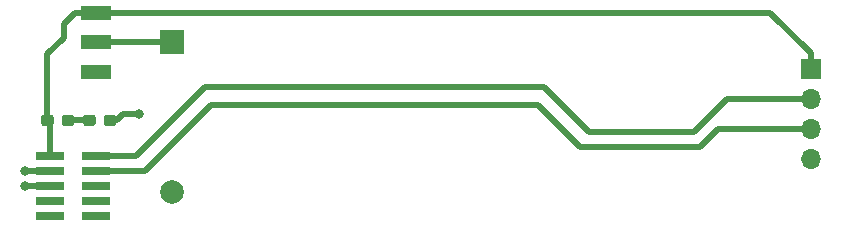
<source format=gbr>
G04 #@! TF.GenerationSoftware,KiCad,Pcbnew,(5.0.0)*
G04 #@! TF.CreationDate,2019-03-11T20:11:46-04:00*
G04 #@! TF.ProjectId,DebugAdapter,4465627567416461707465722E6B6963,rev?*
G04 #@! TF.SameCoordinates,Original*
G04 #@! TF.FileFunction,Copper,L1,Top,Signal*
G04 #@! TF.FilePolarity,Positive*
%FSLAX46Y46*%
G04 Gerber Fmt 4.6, Leading zero omitted, Abs format (unit mm)*
G04 Created by KiCad (PCBNEW (5.0.0)) date 03/11/19 20:11:46*
%MOMM*%
%LPD*%
G01*
G04 APERTURE LIST*
G04 #@! TA.AperFunction,ComponentPad*
%ADD10R,2.000000X2.000000*%
G04 #@! TD*
G04 #@! TA.AperFunction,ComponentPad*
%ADD11C,2.000000*%
G04 #@! TD*
G04 #@! TA.AperFunction,Conductor*
%ADD12C,0.100000*%
G04 #@! TD*
G04 #@! TA.AperFunction,SMDPad,CuDef*
%ADD13C,0.950000*%
G04 #@! TD*
G04 #@! TA.AperFunction,SMDPad,CuDef*
%ADD14R,2.400000X0.740000*%
G04 #@! TD*
G04 #@! TA.AperFunction,ComponentPad*
%ADD15R,1.700000X1.700000*%
G04 #@! TD*
G04 #@! TA.AperFunction,ComponentPad*
%ADD16O,1.700000X1.700000*%
G04 #@! TD*
G04 #@! TA.AperFunction,SMDPad,CuDef*
%ADD17R,2.500000X1.250000*%
G04 #@! TD*
G04 #@! TA.AperFunction,ViaPad*
%ADD18C,0.800000*%
G04 #@! TD*
G04 #@! TA.AperFunction,Conductor*
%ADD19C,0.508000*%
G04 #@! TD*
G04 APERTURE END LIST*
D10*
G04 #@! TO.P,BT1,1*
G04 #@! TO.N,+BATT*
X109220000Y-81788000D03*
D11*
G04 #@! TO.P,BT1,2*
G04 #@! TO.N,GND*
X109220000Y-94488000D03*
G04 #@! TD*
D12*
G04 #@! TO.N,Net-(D1-Pad1)*
G04 #@! TO.C,D1*
G36*
X100753779Y-87918144D02*
X100776834Y-87921563D01*
X100799443Y-87927227D01*
X100821387Y-87935079D01*
X100842457Y-87945044D01*
X100862448Y-87957026D01*
X100881168Y-87970910D01*
X100898438Y-87986562D01*
X100914090Y-88003832D01*
X100927974Y-88022552D01*
X100939956Y-88042543D01*
X100949921Y-88063613D01*
X100957773Y-88085557D01*
X100963437Y-88108166D01*
X100966856Y-88131221D01*
X100968000Y-88154500D01*
X100968000Y-88629500D01*
X100966856Y-88652779D01*
X100963437Y-88675834D01*
X100957773Y-88698443D01*
X100949921Y-88720387D01*
X100939956Y-88741457D01*
X100927974Y-88761448D01*
X100914090Y-88780168D01*
X100898438Y-88797438D01*
X100881168Y-88813090D01*
X100862448Y-88826974D01*
X100842457Y-88838956D01*
X100821387Y-88848921D01*
X100799443Y-88856773D01*
X100776834Y-88862437D01*
X100753779Y-88865856D01*
X100730500Y-88867000D01*
X100155500Y-88867000D01*
X100132221Y-88865856D01*
X100109166Y-88862437D01*
X100086557Y-88856773D01*
X100064613Y-88848921D01*
X100043543Y-88838956D01*
X100023552Y-88826974D01*
X100004832Y-88813090D01*
X99987562Y-88797438D01*
X99971910Y-88780168D01*
X99958026Y-88761448D01*
X99946044Y-88741457D01*
X99936079Y-88720387D01*
X99928227Y-88698443D01*
X99922563Y-88675834D01*
X99919144Y-88652779D01*
X99918000Y-88629500D01*
X99918000Y-88154500D01*
X99919144Y-88131221D01*
X99922563Y-88108166D01*
X99928227Y-88085557D01*
X99936079Y-88063613D01*
X99946044Y-88042543D01*
X99958026Y-88022552D01*
X99971910Y-88003832D01*
X99987562Y-87986562D01*
X100004832Y-87970910D01*
X100023552Y-87957026D01*
X100043543Y-87945044D01*
X100064613Y-87935079D01*
X100086557Y-87927227D01*
X100109166Y-87921563D01*
X100132221Y-87918144D01*
X100155500Y-87917000D01*
X100730500Y-87917000D01*
X100753779Y-87918144D01*
X100753779Y-87918144D01*
G37*
D13*
G04 #@! TD*
G04 #@! TO.P,D1,1*
G04 #@! TO.N,Net-(D1-Pad1)*
X100443000Y-88392000D03*
D12*
G04 #@! TO.N,+3V3*
G04 #@! TO.C,D1*
G36*
X99003779Y-87918144D02*
X99026834Y-87921563D01*
X99049443Y-87927227D01*
X99071387Y-87935079D01*
X99092457Y-87945044D01*
X99112448Y-87957026D01*
X99131168Y-87970910D01*
X99148438Y-87986562D01*
X99164090Y-88003832D01*
X99177974Y-88022552D01*
X99189956Y-88042543D01*
X99199921Y-88063613D01*
X99207773Y-88085557D01*
X99213437Y-88108166D01*
X99216856Y-88131221D01*
X99218000Y-88154500D01*
X99218000Y-88629500D01*
X99216856Y-88652779D01*
X99213437Y-88675834D01*
X99207773Y-88698443D01*
X99199921Y-88720387D01*
X99189956Y-88741457D01*
X99177974Y-88761448D01*
X99164090Y-88780168D01*
X99148438Y-88797438D01*
X99131168Y-88813090D01*
X99112448Y-88826974D01*
X99092457Y-88838956D01*
X99071387Y-88848921D01*
X99049443Y-88856773D01*
X99026834Y-88862437D01*
X99003779Y-88865856D01*
X98980500Y-88867000D01*
X98405500Y-88867000D01*
X98382221Y-88865856D01*
X98359166Y-88862437D01*
X98336557Y-88856773D01*
X98314613Y-88848921D01*
X98293543Y-88838956D01*
X98273552Y-88826974D01*
X98254832Y-88813090D01*
X98237562Y-88797438D01*
X98221910Y-88780168D01*
X98208026Y-88761448D01*
X98196044Y-88741457D01*
X98186079Y-88720387D01*
X98178227Y-88698443D01*
X98172563Y-88675834D01*
X98169144Y-88652779D01*
X98168000Y-88629500D01*
X98168000Y-88154500D01*
X98169144Y-88131221D01*
X98172563Y-88108166D01*
X98178227Y-88085557D01*
X98186079Y-88063613D01*
X98196044Y-88042543D01*
X98208026Y-88022552D01*
X98221910Y-88003832D01*
X98237562Y-87986562D01*
X98254832Y-87970910D01*
X98273552Y-87957026D01*
X98293543Y-87945044D01*
X98314613Y-87935079D01*
X98336557Y-87927227D01*
X98359166Y-87921563D01*
X98382221Y-87918144D01*
X98405500Y-87917000D01*
X98980500Y-87917000D01*
X99003779Y-87918144D01*
X99003779Y-87918144D01*
G37*
D13*
G04 #@! TD*
G04 #@! TO.P,D1,2*
G04 #@! TO.N,+3V3*
X98693000Y-88392000D03*
D14*
G04 #@! TO.P,J1,1*
G04 #@! TO.N,+3V3*
X98888000Y-91440000D03*
G04 #@! TO.P,J1,2*
G04 #@! TO.N,/SWDIO*
X102788000Y-91440000D03*
G04 #@! TO.P,J1,3*
G04 #@! TO.N,GND*
X98888000Y-92710000D03*
G04 #@! TO.P,J1,4*
G04 #@! TO.N,/SWCLK*
X102788000Y-92710000D03*
G04 #@! TO.P,J1,5*
G04 #@! TO.N,GND*
X98888000Y-93980000D03*
G04 #@! TO.P,J1,6*
G04 #@! TO.N,Net-(J1-Pad6)*
X102788000Y-93980000D03*
G04 #@! TO.P,J1,7*
G04 #@! TO.N,Net-(J1-Pad7)*
X98888000Y-95250000D03*
G04 #@! TO.P,J1,8*
G04 #@! TO.N,Net-(J1-Pad8)*
X102788000Y-95250000D03*
G04 #@! TO.P,J1,9*
G04 #@! TO.N,Net-(J1-Pad9)*
X98888000Y-96520000D03*
G04 #@! TO.P,J1,10*
G04 #@! TO.N,Net-(J1-Pad10)*
X102788000Y-96520000D03*
G04 #@! TD*
D15*
G04 #@! TO.P,J2,1*
G04 #@! TO.N,+3V3*
X163322000Y-84074000D03*
D16*
G04 #@! TO.P,J2,2*
G04 #@! TO.N,/SWDIO*
X163322000Y-86614000D03*
G04 #@! TO.P,J2,3*
G04 #@! TO.N,/SWCLK*
X163322000Y-89154000D03*
G04 #@! TO.P,J2,4*
G04 #@! TO.N,GND*
X163322000Y-91694000D03*
G04 #@! TD*
D12*
G04 #@! TO.N,Net-(D1-Pad1)*
G04 #@! TO.C,R1*
G36*
X102559779Y-87918144D02*
X102582834Y-87921563D01*
X102605443Y-87927227D01*
X102627387Y-87935079D01*
X102648457Y-87945044D01*
X102668448Y-87957026D01*
X102687168Y-87970910D01*
X102704438Y-87986562D01*
X102720090Y-88003832D01*
X102733974Y-88022552D01*
X102745956Y-88042543D01*
X102755921Y-88063613D01*
X102763773Y-88085557D01*
X102769437Y-88108166D01*
X102772856Y-88131221D01*
X102774000Y-88154500D01*
X102774000Y-88629500D01*
X102772856Y-88652779D01*
X102769437Y-88675834D01*
X102763773Y-88698443D01*
X102755921Y-88720387D01*
X102745956Y-88741457D01*
X102733974Y-88761448D01*
X102720090Y-88780168D01*
X102704438Y-88797438D01*
X102687168Y-88813090D01*
X102668448Y-88826974D01*
X102648457Y-88838956D01*
X102627387Y-88848921D01*
X102605443Y-88856773D01*
X102582834Y-88862437D01*
X102559779Y-88865856D01*
X102536500Y-88867000D01*
X101961500Y-88867000D01*
X101938221Y-88865856D01*
X101915166Y-88862437D01*
X101892557Y-88856773D01*
X101870613Y-88848921D01*
X101849543Y-88838956D01*
X101829552Y-88826974D01*
X101810832Y-88813090D01*
X101793562Y-88797438D01*
X101777910Y-88780168D01*
X101764026Y-88761448D01*
X101752044Y-88741457D01*
X101742079Y-88720387D01*
X101734227Y-88698443D01*
X101728563Y-88675834D01*
X101725144Y-88652779D01*
X101724000Y-88629500D01*
X101724000Y-88154500D01*
X101725144Y-88131221D01*
X101728563Y-88108166D01*
X101734227Y-88085557D01*
X101742079Y-88063613D01*
X101752044Y-88042543D01*
X101764026Y-88022552D01*
X101777910Y-88003832D01*
X101793562Y-87986562D01*
X101810832Y-87970910D01*
X101829552Y-87957026D01*
X101849543Y-87945044D01*
X101870613Y-87935079D01*
X101892557Y-87927227D01*
X101915166Y-87921563D01*
X101938221Y-87918144D01*
X101961500Y-87917000D01*
X102536500Y-87917000D01*
X102559779Y-87918144D01*
X102559779Y-87918144D01*
G37*
D13*
G04 #@! TD*
G04 #@! TO.P,R1,1*
G04 #@! TO.N,Net-(D1-Pad1)*
X102249000Y-88392000D03*
D12*
G04 #@! TO.N,GND*
G04 #@! TO.C,R1*
G36*
X104309779Y-87918144D02*
X104332834Y-87921563D01*
X104355443Y-87927227D01*
X104377387Y-87935079D01*
X104398457Y-87945044D01*
X104418448Y-87957026D01*
X104437168Y-87970910D01*
X104454438Y-87986562D01*
X104470090Y-88003832D01*
X104483974Y-88022552D01*
X104495956Y-88042543D01*
X104505921Y-88063613D01*
X104513773Y-88085557D01*
X104519437Y-88108166D01*
X104522856Y-88131221D01*
X104524000Y-88154500D01*
X104524000Y-88629500D01*
X104522856Y-88652779D01*
X104519437Y-88675834D01*
X104513773Y-88698443D01*
X104505921Y-88720387D01*
X104495956Y-88741457D01*
X104483974Y-88761448D01*
X104470090Y-88780168D01*
X104454438Y-88797438D01*
X104437168Y-88813090D01*
X104418448Y-88826974D01*
X104398457Y-88838956D01*
X104377387Y-88848921D01*
X104355443Y-88856773D01*
X104332834Y-88862437D01*
X104309779Y-88865856D01*
X104286500Y-88867000D01*
X103711500Y-88867000D01*
X103688221Y-88865856D01*
X103665166Y-88862437D01*
X103642557Y-88856773D01*
X103620613Y-88848921D01*
X103599543Y-88838956D01*
X103579552Y-88826974D01*
X103560832Y-88813090D01*
X103543562Y-88797438D01*
X103527910Y-88780168D01*
X103514026Y-88761448D01*
X103502044Y-88741457D01*
X103492079Y-88720387D01*
X103484227Y-88698443D01*
X103478563Y-88675834D01*
X103475144Y-88652779D01*
X103474000Y-88629500D01*
X103474000Y-88154500D01*
X103475144Y-88131221D01*
X103478563Y-88108166D01*
X103484227Y-88085557D01*
X103492079Y-88063613D01*
X103502044Y-88042543D01*
X103514026Y-88022552D01*
X103527910Y-88003832D01*
X103543562Y-87986562D01*
X103560832Y-87970910D01*
X103579552Y-87957026D01*
X103599543Y-87945044D01*
X103620613Y-87935079D01*
X103642557Y-87927227D01*
X103665166Y-87921563D01*
X103688221Y-87918144D01*
X103711500Y-87917000D01*
X104286500Y-87917000D01*
X104309779Y-87918144D01*
X104309779Y-87918144D01*
G37*
D13*
G04 #@! TD*
G04 #@! TO.P,R1,2*
G04 #@! TO.N,GND*
X103999000Y-88392000D03*
D17*
G04 #@! TO.P,SW1,1*
G04 #@! TO.N,+3V3*
X102826000Y-79288000D03*
G04 #@! TO.P,SW1,2*
G04 #@! TO.N,+BATT*
X102826000Y-81788000D03*
G04 #@! TO.P,SW1,3*
G04 #@! TO.N,Net-(SW1-Pad3)*
X102826000Y-84288000D03*
G04 #@! TD*
D18*
G04 #@! TO.N,GND*
X106426000Y-87884000D03*
X96774000Y-92710000D03*
X96774000Y-93980000D03*
G04 #@! TD*
D19*
G04 #@! TO.N,+BATT*
X107712000Y-81788000D02*
X102826000Y-81788000D01*
X109220000Y-81788000D02*
X107712000Y-81788000D01*
G04 #@! TO.N,GND*
X104624000Y-88392000D02*
X105132000Y-87884000D01*
X103999000Y-88392000D02*
X104624000Y-88392000D01*
X105132000Y-87884000D02*
X106426000Y-87884000D01*
X98888000Y-92710000D02*
X96774000Y-92710000D01*
X98888000Y-93980000D02*
X96774000Y-93980000D01*
G04 #@! TO.N,Net-(D1-Pad1)*
X100443000Y-88392000D02*
X102249000Y-88392000D01*
G04 #@! TO.N,+3V3*
X98888000Y-88587000D02*
X98693000Y-88392000D01*
X98888000Y-91440000D02*
X98888000Y-88587000D01*
X98693000Y-82796000D02*
X100076000Y-81413000D01*
X98693000Y-88392000D02*
X98693000Y-82796000D01*
X100076000Y-81413000D02*
X100076000Y-80264000D01*
X101052000Y-79288000D02*
X102826000Y-79288000D01*
X100076000Y-80264000D02*
X101052000Y-79288000D01*
X163322000Y-82716000D02*
X163322000Y-84074000D01*
X159894000Y-79288000D02*
X163322000Y-82716000D01*
X102826000Y-79288000D02*
X159894000Y-79288000D01*
G04 #@! TO.N,/SWDIO*
X156210000Y-86614000D02*
X163322000Y-86614000D01*
X106172000Y-91440000D02*
X112014000Y-85598000D01*
X102788000Y-91440000D02*
X106172000Y-91440000D01*
X112014000Y-85598000D02*
X140716000Y-85598000D01*
X140716000Y-85598000D02*
X144526000Y-89408000D01*
X144526000Y-89408000D02*
X153416000Y-89408000D01*
X153416000Y-89408000D02*
X156210000Y-86614000D01*
G04 #@! TO.N,/SWCLK*
X106934000Y-92710000D02*
X112522000Y-87122000D01*
X102788000Y-92710000D02*
X106934000Y-92710000D01*
X112522000Y-87122000D02*
X140208000Y-87122000D01*
X140208000Y-87122000D02*
X143764000Y-90678000D01*
X155448000Y-89154000D02*
X163322000Y-89154000D01*
X143764000Y-90678000D02*
X153924000Y-90678000D01*
X153924000Y-90678000D02*
X155448000Y-89154000D01*
G04 #@! TD*
M02*

</source>
